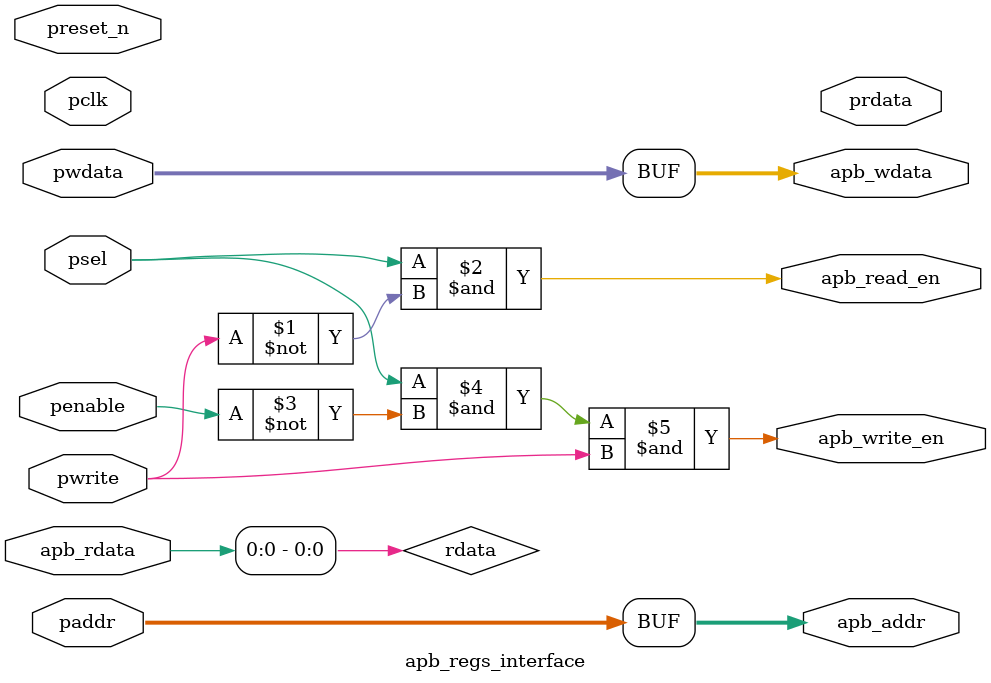
<source format=sv>
module apb_regs_interface #(
 parameter   ADDR_WD  = 12
)(
  input   logic                 pclk          ,
  input   logic                 preset_n      ,
  input   logic                 psel          ,
  input   logic[ADDR_WD-1:0]    paddr         ,
  input   logic                 penable       ,
  input   logic                 pwrite        ,
  input   logic[31:0]           pwdata        ,
  output  logic[31:0]           prdata        ,
  input   logic[31:0]           apb_rdata     ,             // apb 2 internal interface
  output  logic[ADDR_WD-1:0]    apb_addr      ,
  output  logic                 apb_read_en   ,
  output  logic                 apb_write_en  ,
  output  logic[31:0]           apb_wdata
);
  assign  apb_addr      = paddr;
  assign  apb_read_en   = psel & (~pwrite);
  assign  apb_write_en  = psel & (~penable) & pwrite;
  assign  apb_wdata     = pwdata;
  assign  rdata         = apb_rdata;

endmodule


</source>
